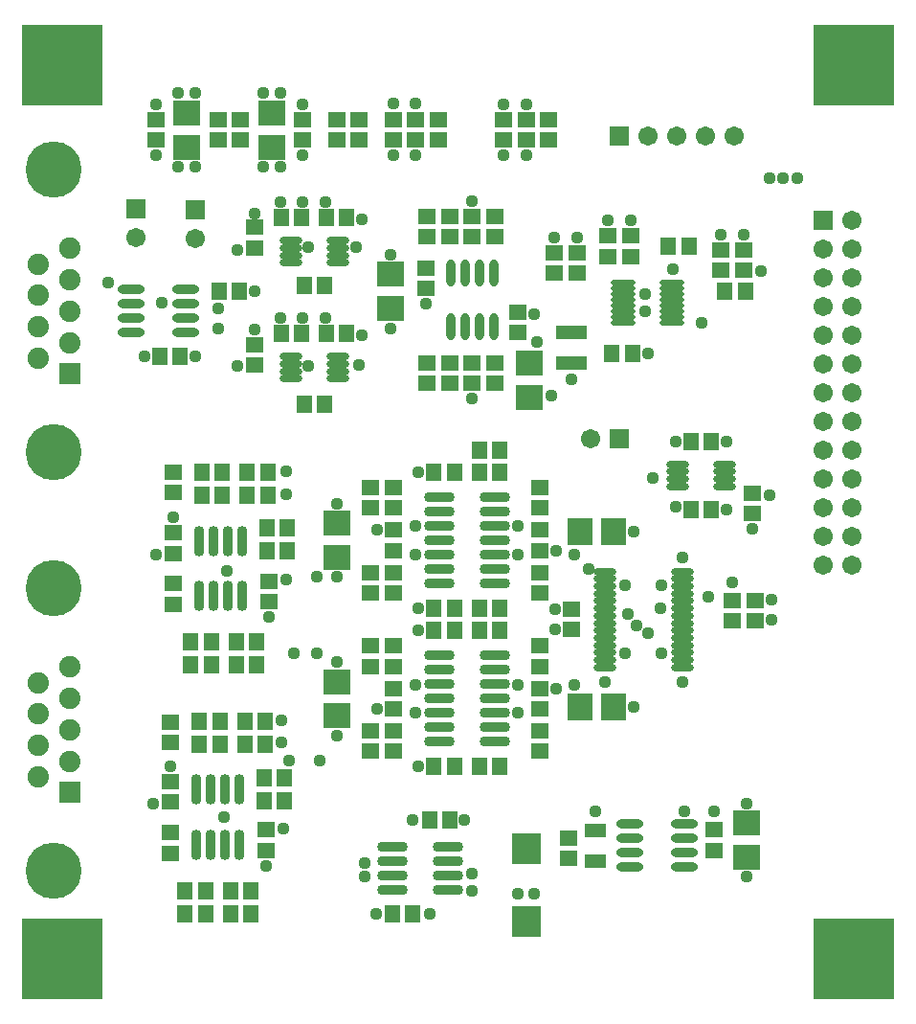
<source format=gts>
%FSLAX25Y25*%
%MOIN*%
G70*
G01*
G75*
G04 Layer_Color=8388736*
%ADD10O,0.07874X0.01201*%
%ADD11R,0.05512X0.04724*%
%ADD12R,0.04724X0.05512*%
%ADD13O,0.08661X0.02362*%
%ADD14O,0.07087X0.01772*%
%ADD15R,0.08661X0.07874*%
%ADD16R,0.07874X0.08661*%
%ADD17O,0.09843X0.02756*%
%ADD18O,0.02756X0.09843*%
%ADD19O,0.02362X0.08661*%
%ADD20R,0.06693X0.04331*%
%ADD21R,0.09449X0.10236*%
%ADD22R,0.10236X0.04331*%
%ADD23C,0.01575*%
%ADD24C,0.00787*%
%ADD25C,0.04724*%
%ADD26C,0.02362*%
%ADD27C,0.02756*%
%ADD28C,0.03937*%
%ADD29R,0.05906X0.05906*%
%ADD30C,0.05906*%
%ADD31R,0.27559X0.27559*%
%ADD32R,0.05906X0.05906*%
%ADD33C,0.06654*%
%ADD34R,0.06654X0.06654*%
%ADD35C,0.18740*%
%ADD36C,0.03583*%
%ADD37C,0.05906*%
%ADD38C,0.00984*%
%ADD39C,0.00800*%
%ADD40C,0.01181*%
%ADD41C,0.00591*%
%ADD42O,0.08677X0.02004*%
%ADD43R,0.06315X0.05528*%
%ADD44R,0.05528X0.06315*%
%ADD45O,0.09465X0.03165*%
%ADD46O,0.07890X0.02575*%
%ADD47R,0.09465X0.08677*%
%ADD48R,0.08677X0.09465*%
%ADD49O,0.10646X0.03559*%
%ADD50O,0.03559X0.10646*%
%ADD51O,0.03165X0.09465*%
%ADD52R,0.07496X0.05134*%
%ADD53R,0.10252X0.11039*%
%ADD54R,0.11039X0.05134*%
%ADD55R,0.06709X0.06709*%
%ADD56C,0.06709*%
%ADD57R,0.28362X0.28362*%
%ADD58R,0.06709X0.06709*%
%ADD59C,0.07457*%
%ADD60R,0.07457X0.07457*%
%ADD61C,0.19543*%
%ADD62C,0.04386*%
D42*
X230709Y250000D02*
D03*
Y248032D02*
D03*
Y244094D02*
D03*
Y246063D02*
D03*
Y238189D02*
D03*
Y236221D02*
D03*
Y240158D02*
D03*
Y242126D02*
D03*
X247638D02*
D03*
Y240158D02*
D03*
Y236221D02*
D03*
Y238189D02*
D03*
Y246063D02*
D03*
Y244094D02*
D03*
Y248032D02*
D03*
Y250000D02*
D03*
D43*
X193898Y239764D02*
D03*
Y232677D02*
D03*
X276575Y139370D02*
D03*
Y132283D02*
D03*
X268701Y132283D02*
D03*
Y139370D02*
D03*
X275591Y176772D02*
D03*
Y169685D02*
D03*
X204725Y299606D02*
D03*
Y306693D02*
D03*
X158465Y306693D02*
D03*
Y299606D02*
D03*
X150591Y299606D02*
D03*
Y306693D02*
D03*
X225394Y266339D02*
D03*
Y259252D02*
D03*
X272638Y261417D02*
D03*
Y254331D02*
D03*
X206693Y260433D02*
D03*
Y253346D02*
D03*
X201772Y149213D02*
D03*
Y142126D02*
D03*
X201772Y171654D02*
D03*
Y178740D02*
D03*
X201772Y94095D02*
D03*
Y87008D02*
D03*
X201772Y116535D02*
D03*
Y123622D02*
D03*
X150591Y149213D02*
D03*
Y142126D02*
D03*
X73819Y184055D02*
D03*
Y176969D02*
D03*
X72835Y97047D02*
D03*
Y89961D02*
D03*
X73819Y145276D02*
D03*
Y138189D02*
D03*
X72835Y51575D02*
D03*
Y58662D02*
D03*
X142717Y171654D02*
D03*
Y178740D02*
D03*
X142717Y94095D02*
D03*
Y87008D02*
D03*
X211614Y56693D02*
D03*
Y49606D02*
D03*
X142717Y116535D02*
D03*
Y123622D02*
D03*
X142717Y149213D02*
D03*
Y142126D02*
D03*
X162402Y222047D02*
D03*
Y214961D02*
D03*
X162402Y266142D02*
D03*
Y273228D02*
D03*
X107283Y139173D02*
D03*
Y146260D02*
D03*
X106299Y52559D02*
D03*
Y59646D02*
D03*
X73819Y155906D02*
D03*
Y162992D02*
D03*
X72835Y69291D02*
D03*
Y76378D02*
D03*
X201772Y101772D02*
D03*
Y108858D02*
D03*
X201772Y163976D02*
D03*
Y156890D02*
D03*
X212598Y129331D02*
D03*
Y136417D02*
D03*
X262205Y52559D02*
D03*
Y59646D02*
D03*
X150591Y101772D02*
D03*
Y108858D02*
D03*
X150591Y163976D02*
D03*
Y156890D02*
D03*
X150591Y171654D02*
D03*
Y178740D02*
D03*
X150591Y94095D02*
D03*
Y87008D02*
D03*
X150591Y116535D02*
D03*
Y123622D02*
D03*
X102362Y221457D02*
D03*
Y228543D02*
D03*
X102362Y262205D02*
D03*
Y269291D02*
D03*
X162106Y255020D02*
D03*
Y247933D02*
D03*
X264764Y261417D02*
D03*
Y254331D02*
D03*
X214567Y260433D02*
D03*
Y253346D02*
D03*
X186024Y222047D02*
D03*
Y214961D02*
D03*
X233268Y266339D02*
D03*
Y259252D02*
D03*
X186024Y266142D02*
D03*
Y273228D02*
D03*
X178150D02*
D03*
Y266142D02*
D03*
X178150Y214961D02*
D03*
Y222047D02*
D03*
X170276Y266142D02*
D03*
Y273228D02*
D03*
X170276Y222047D02*
D03*
Y214961D02*
D03*
X196851Y299606D02*
D03*
Y306693D02*
D03*
X188976Y306693D02*
D03*
Y299606D02*
D03*
X119095Y306693D02*
D03*
Y299606D02*
D03*
X67913D02*
D03*
Y306693D02*
D03*
X166339D02*
D03*
Y299606D02*
D03*
X97441Y306693D02*
D03*
Y299606D02*
D03*
X89567Y306693D02*
D03*
Y299606D02*
D03*
X138780Y299606D02*
D03*
Y306693D02*
D03*
X130906Y299606D02*
D03*
Y306693D02*
D03*
D44*
X253543Y262795D02*
D03*
X246457D02*
D03*
X273228Y247047D02*
D03*
X266142D02*
D03*
X89961D02*
D03*
X97047D02*
D03*
X76378Y224410D02*
D03*
X69291D02*
D03*
X119488Y207677D02*
D03*
X126575D02*
D03*
X119488Y249016D02*
D03*
X126575D02*
D03*
X254331Y194882D02*
D03*
X261417D02*
D03*
X254331Y171260D02*
D03*
X261417D02*
D03*
X106890Y184055D02*
D03*
X99803D02*
D03*
X105905Y97441D02*
D03*
X98819D02*
D03*
X113779Y164764D02*
D03*
X106693D02*
D03*
X112795Y77756D02*
D03*
X105709D02*
D03*
X113779Y156890D02*
D03*
X106693D02*
D03*
X112795Y69882D02*
D03*
X105709D02*
D03*
X91142Y184055D02*
D03*
X84055D02*
D03*
X90158Y97441D02*
D03*
X83071D02*
D03*
X102953Y117126D02*
D03*
X95866D02*
D03*
X100984Y30512D02*
D03*
X93898D02*
D03*
X102953Y125000D02*
D03*
X95866D02*
D03*
X100984Y38386D02*
D03*
X93898D02*
D03*
X80118Y117126D02*
D03*
X87205D02*
D03*
X85236Y30512D02*
D03*
X78150D02*
D03*
X187599Y184055D02*
D03*
X180512D02*
D03*
X164764Y184055D02*
D03*
X171850D02*
D03*
X180512Y191929D02*
D03*
X187599D02*
D03*
X187599Y81693D02*
D03*
X180512D02*
D03*
X164764Y81693D02*
D03*
X171850D02*
D03*
X187599Y128937D02*
D03*
X180512D02*
D03*
X164764Y128937D02*
D03*
X171850D02*
D03*
X187599Y136811D02*
D03*
X180512D02*
D03*
X164764Y136811D02*
D03*
X171850D02*
D03*
X106890Y176181D02*
D03*
X99803D02*
D03*
X105905Y89567D02*
D03*
X98819D02*
D03*
X84055Y176181D02*
D03*
X91142D02*
D03*
X90158Y89567D02*
D03*
X83071D02*
D03*
X80118Y125000D02*
D03*
X87205D02*
D03*
X85236Y38386D02*
D03*
X78150D02*
D03*
X170276Y62992D02*
D03*
X163189D02*
D03*
X157480Y30512D02*
D03*
X150394D02*
D03*
X111614Y272638D02*
D03*
X118701D02*
D03*
X111614Y232283D02*
D03*
X118701D02*
D03*
X134449Y272638D02*
D03*
X127362D02*
D03*
X134449Y232283D02*
D03*
X127362D02*
D03*
X233858Y225394D02*
D03*
X226772D02*
D03*
D45*
X59449Y247657D02*
D03*
Y242657D02*
D03*
Y237657D02*
D03*
Y232658D02*
D03*
X78347Y247657D02*
D03*
Y242657D02*
D03*
Y237657D02*
D03*
Y232658D02*
D03*
X233071Y61634D02*
D03*
Y56634D02*
D03*
Y51634D02*
D03*
Y46634D02*
D03*
X251969Y61634D02*
D03*
Y56634D02*
D03*
Y51634D02*
D03*
Y46634D02*
D03*
D46*
X249705Y186909D02*
D03*
Y184350D02*
D03*
Y181791D02*
D03*
Y179232D02*
D03*
X266043Y186909D02*
D03*
Y184350D02*
D03*
Y181791D02*
D03*
Y179232D02*
D03*
X224410Y149508D02*
D03*
Y146949D02*
D03*
Y144390D02*
D03*
Y141831D02*
D03*
Y139272D02*
D03*
Y136713D02*
D03*
Y134154D02*
D03*
Y131595D02*
D03*
Y129035D02*
D03*
Y126476D02*
D03*
Y123917D02*
D03*
Y121358D02*
D03*
Y118799D02*
D03*
Y116240D02*
D03*
X251181Y149508D02*
D03*
Y146949D02*
D03*
Y144390D02*
D03*
Y141831D02*
D03*
Y139272D02*
D03*
Y136713D02*
D03*
Y134154D02*
D03*
Y131595D02*
D03*
Y129035D02*
D03*
Y126476D02*
D03*
Y123917D02*
D03*
Y121358D02*
D03*
Y118799D02*
D03*
Y116240D02*
D03*
X114862Y224311D02*
D03*
Y221752D02*
D03*
Y219193D02*
D03*
Y216634D02*
D03*
X131201Y224311D02*
D03*
Y221752D02*
D03*
Y219193D02*
D03*
Y216634D02*
D03*
X114862Y264665D02*
D03*
Y262106D02*
D03*
Y259547D02*
D03*
Y256988D02*
D03*
X131201Y264665D02*
D03*
Y262106D02*
D03*
Y259547D02*
D03*
Y256988D02*
D03*
D47*
X130906Y166339D02*
D03*
Y154528D02*
D03*
X149606Y252953D02*
D03*
Y241142D02*
D03*
X197835Y210236D02*
D03*
Y222047D02*
D03*
X130905Y99410D02*
D03*
Y111221D02*
D03*
X273622Y62008D02*
D03*
Y50197D02*
D03*
X108268Y297244D02*
D03*
Y309055D02*
D03*
X78740D02*
D03*
Y297244D02*
D03*
D48*
X215551Y163386D02*
D03*
X227362D02*
D03*
X215551Y102362D02*
D03*
X227362D02*
D03*
D49*
X185827Y145433D02*
D03*
Y150433D02*
D03*
Y155433D02*
D03*
Y160433D02*
D03*
Y165433D02*
D03*
Y170433D02*
D03*
Y175433D02*
D03*
X166535Y145433D02*
D03*
Y150433D02*
D03*
Y155433D02*
D03*
Y160433D02*
D03*
Y165433D02*
D03*
Y170433D02*
D03*
Y175433D02*
D03*
X169488Y38760D02*
D03*
Y43760D02*
D03*
Y48760D02*
D03*
Y53760D02*
D03*
X150197Y38760D02*
D03*
Y43760D02*
D03*
Y48760D02*
D03*
Y53760D02*
D03*
X185827Y90315D02*
D03*
Y95315D02*
D03*
Y100315D02*
D03*
Y105315D02*
D03*
Y110315D02*
D03*
Y115315D02*
D03*
Y120315D02*
D03*
X166535Y90315D02*
D03*
Y95315D02*
D03*
Y100315D02*
D03*
Y105315D02*
D03*
Y110315D02*
D03*
Y115315D02*
D03*
Y120315D02*
D03*
D50*
X83051Y140945D02*
D03*
X88051D02*
D03*
X93051D02*
D03*
X98051D02*
D03*
X83051Y160236D02*
D03*
X88051D02*
D03*
X93051D02*
D03*
X98051D02*
D03*
X82067Y54331D02*
D03*
X87067D02*
D03*
X92067D02*
D03*
X97067D02*
D03*
X82067Y73622D02*
D03*
X87067D02*
D03*
X92067D02*
D03*
X97067D02*
D03*
D51*
X185650Y253543D02*
D03*
X180650D02*
D03*
X175650D02*
D03*
X170650D02*
D03*
X185650Y234646D02*
D03*
X180650D02*
D03*
X175650D02*
D03*
X170650D02*
D03*
D52*
X220866Y59449D02*
D03*
Y48819D02*
D03*
D53*
X196850Y27756D02*
D03*
Y52953D02*
D03*
D54*
X212598Y232677D02*
D03*
Y222047D02*
D03*
D55*
X300197Y271654D02*
D03*
X61024Y275748D02*
D03*
X81693Y275591D02*
D03*
D56*
X310197Y271654D02*
D03*
X300197Y261654D02*
D03*
X310197D02*
D03*
X300197Y251654D02*
D03*
X310197D02*
D03*
X300197Y241654D02*
D03*
X310197D02*
D03*
X300197Y231654D02*
D03*
X310197D02*
D03*
X300197Y221654D02*
D03*
X310197D02*
D03*
X300197Y211654D02*
D03*
X310197D02*
D03*
X300197Y201654D02*
D03*
X310197D02*
D03*
X300197Y191654D02*
D03*
X310197D02*
D03*
X300197Y181654D02*
D03*
X310197D02*
D03*
X300197Y171654D02*
D03*
X310197D02*
D03*
X300197Y161654D02*
D03*
X310197D02*
D03*
X300197Y151654D02*
D03*
X310197D02*
D03*
X219331Y195866D02*
D03*
X61024Y265748D02*
D03*
X81693Y265591D02*
D03*
X269331Y301181D02*
D03*
X259331D02*
D03*
X249331D02*
D03*
X239331D02*
D03*
D57*
X311024Y14764D02*
D03*
X311024Y325787D02*
D03*
X35433D02*
D03*
X35433Y14764D02*
D03*
D58*
X229331Y195866D02*
D03*
X229331Y301181D02*
D03*
D59*
X38071Y261968D02*
D03*
X26890Y256516D02*
D03*
X38071Y251063D02*
D03*
X26890Y245610D02*
D03*
X38071Y240158D02*
D03*
X26890Y234705D02*
D03*
X38071Y229252D02*
D03*
X26890Y223799D02*
D03*
Y78130D02*
D03*
X38071Y83583D02*
D03*
X26890Y89035D02*
D03*
X38071Y94488D02*
D03*
X26890Y99941D02*
D03*
X38071Y105394D02*
D03*
X26890Y110846D02*
D03*
X38071Y116299D02*
D03*
D60*
Y218347D02*
D03*
Y72677D02*
D03*
D61*
X32480Y190965D02*
D03*
Y289350D02*
D03*
Y143681D02*
D03*
Y45295D02*
D03*
D62*
X241142Y182087D02*
D03*
X238189Y240158D02*
D03*
Y246063D02*
D03*
X91535Y63976D02*
D03*
X112205Y60039D02*
D03*
X92520Y149606D02*
D03*
X113189Y146653D02*
D03*
X138780Y221457D02*
D03*
X69882Y243110D02*
D03*
X248031Y254921D02*
D03*
X51181Y250000D02*
D03*
X218504Y150591D02*
D03*
X89567Y234252D02*
D03*
X282480Y132874D02*
D03*
X268701Y145669D02*
D03*
X282480Y139764D02*
D03*
X249016Y194882D02*
D03*
X281496Y286417D02*
D03*
X286417D02*
D03*
X291339D02*
D03*
X188976Y294291D02*
D03*
X278543Y253937D02*
D03*
X244094Y121063D02*
D03*
X231299D02*
D03*
X89567Y241142D02*
D03*
X102362Y247047D02*
D03*
X63976Y224410D02*
D03*
X81693D02*
D03*
X281496Y176181D02*
D03*
X275591Y164370D02*
D03*
X266732Y171260D02*
D03*
X249016Y172244D02*
D03*
X266732Y194882D02*
D03*
X188976Y312008D02*
D03*
X196851D02*
D03*
X150591Y294291D02*
D03*
X72835Y81693D02*
D03*
X73819Y168307D02*
D03*
X273622Y43307D02*
D03*
X144685Y30512D02*
D03*
X157480Y62992D02*
D03*
X130906Y118110D02*
D03*
Y147638D02*
D03*
X111221Y290354D02*
D03*
X81693Y315945D02*
D03*
X111221D02*
D03*
X119095Y294291D02*
D03*
X67913D02*
D03*
X75788Y315945D02*
D03*
X67913Y312008D02*
D03*
X119095D02*
D03*
X105315Y315945D02*
D03*
X239173Y225394D02*
D03*
X257874Y236221D02*
D03*
X264764Y266732D02*
D03*
X233268Y271654D02*
D03*
X225394D02*
D03*
X214567Y265748D02*
D03*
X224410Y111221D02*
D03*
X251181D02*
D03*
Y154528D02*
D03*
X239173Y127953D02*
D03*
X235236Y130906D02*
D03*
X232283Y134843D02*
D03*
X124016Y147638D02*
D03*
X140748Y48228D02*
D03*
Y43307D02*
D03*
X178150Y44291D02*
D03*
Y38386D02*
D03*
X163386Y30512D02*
D03*
X175197Y62992D02*
D03*
X106299Y47244D02*
D03*
X107283Y133858D02*
D03*
X125000Y83662D02*
D03*
X124016Y121063D02*
D03*
X116142D02*
D03*
X114173Y83662D02*
D03*
X273622Y68898D02*
D03*
X251969Y65945D02*
D03*
X130905Y173228D02*
D03*
X213583Y155512D02*
D03*
X234252Y163386D02*
D03*
Y102362D02*
D03*
X213583Y110236D02*
D03*
X130905Y92520D02*
D03*
X159449Y184055D02*
D03*
Y136811D02*
D03*
X145079Y163976D02*
D03*
X207283Y156890D02*
D03*
X158465Y155512D02*
D03*
Y165354D02*
D03*
X193898Y155512D02*
D03*
Y165354D02*
D03*
X231299Y144685D02*
D03*
X207283Y108858D02*
D03*
X207087Y129331D02*
D03*
Y136417D02*
D03*
X159449Y81693D02*
D03*
Y128937D02*
D03*
X145079Y101772D02*
D03*
X193898Y100394D02*
D03*
Y110236D02*
D03*
X158465Y100394D02*
D03*
Y110236D02*
D03*
X220866Y65945D02*
D03*
X262205D02*
D03*
X66929Y68898D02*
D03*
X67913Y155512D02*
D03*
X113189Y184449D02*
D03*
Y176575D02*
D03*
X111811Y97835D02*
D03*
Y89961D02*
D03*
X206693Y265748D02*
D03*
X272638Y266732D02*
D03*
X243701Y136811D02*
D03*
X260433Y140748D02*
D03*
X162106Y242618D02*
D03*
X212598Y216535D02*
D03*
X244094Y144685D02*
D03*
X193898Y37402D02*
D03*
X199803D02*
D03*
X199803Y239173D02*
D03*
X178150Y209646D02*
D03*
Y278543D02*
D03*
X149606Y234252D02*
D03*
X200787Y229331D02*
D03*
X205709Y210630D02*
D03*
X139764Y272244D02*
D03*
X137795Y262402D02*
D03*
X102362Y274213D02*
D03*
X111221Y278150D02*
D03*
Y237795D02*
D03*
X139764Y231890D02*
D03*
X102362Y233858D02*
D03*
X126969Y237795D02*
D03*
X119095D02*
D03*
X96457Y221063D02*
D03*
X119095Y278150D02*
D03*
X126969D02*
D03*
X96457Y261417D02*
D03*
X149606Y259843D02*
D03*
X121063Y262402D02*
D03*
Y221063D02*
D03*
X158465Y312402D02*
D03*
X150591D02*
D03*
X105315Y290354D02*
D03*
X75788D02*
D03*
X81693D02*
D03*
X196850Y294291D02*
D03*
X158465D02*
D03*
M02*

</source>
